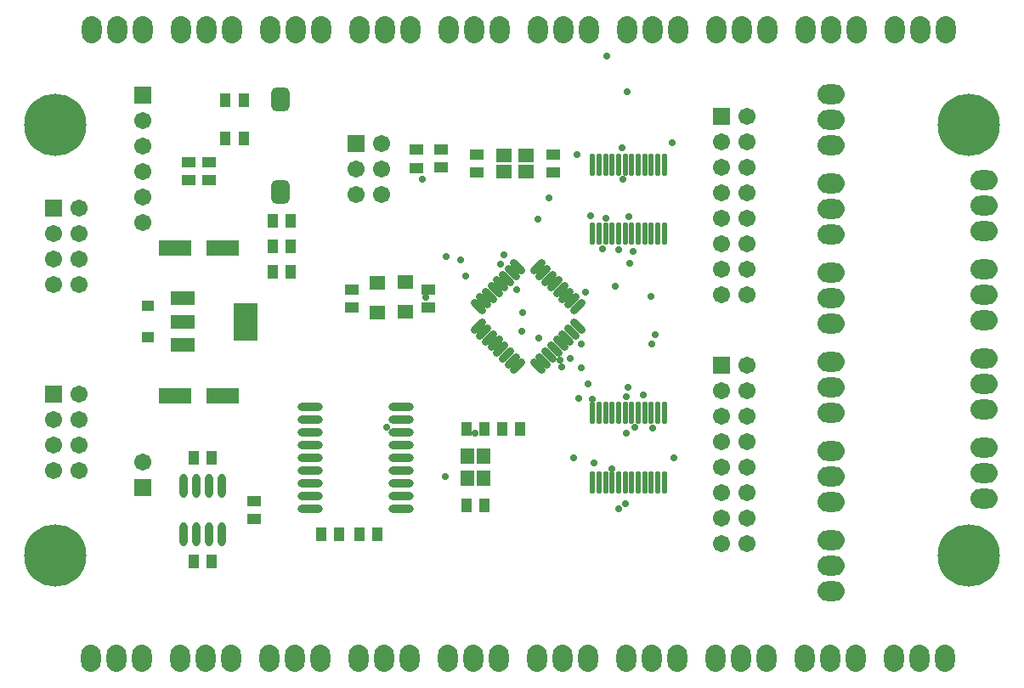
<source format=gts>
G04 Layer_Color=8388736*
%FSLAX25Y25*%
%MOIN*%
G70*
G01*
G75*
%ADD40R,0.03950X0.05524*%
%ADD41R,0.05524X0.03950*%
%ADD42R,0.04540X0.04343*%
%ADD43R,0.12611X0.06312*%
%ADD44R,0.09461X0.14973*%
%ADD45R,0.09600X0.05600*%
%ADD46O,0.09855X0.03162*%
%ADD47R,0.06312X0.05524*%
G04:AMPARAMS|DCode=48|XSize=70.99mil|YSize=94.22mil|CornerRadius=19.75mil|HoleSize=0mil|Usage=FLASHONLY|Rotation=0.000|XOffset=0mil|YOffset=0mil|HoleType=Round|Shape=RoundedRectangle|*
%AMROUNDEDRECTD48*
21,1,0.07099,0.05472,0,0,0.0*
21,1,0.03150,0.09422,0,0,0.0*
1,1,0.03950,0.01575,-0.02736*
1,1,0.03950,-0.01575,-0.02736*
1,1,0.03950,-0.01575,0.02736*
1,1,0.03950,0.01575,0.02736*
%
%ADD48ROUNDEDRECTD48*%
%ADD49O,0.03162X0.09461*%
G04:AMPARAMS|DCode=50|XSize=29.65mil|YSize=72.96mil|CornerRadius=0mil|HoleSize=0mil|Usage=FLASHONLY|Rotation=135.000|XOffset=0mil|YOffset=0mil|HoleType=Round|Shape=Round|*
%AMOVALD50*
21,1,0.04331,0.02965,0.00000,0.00000,225.0*
1,1,0.02965,0.01531,0.01531*
1,1,0.02965,-0.01531,-0.01531*
%
%ADD50OVALD50*%

G04:AMPARAMS|DCode=51|XSize=29.65mil|YSize=72.96mil|CornerRadius=0mil|HoleSize=0mil|Usage=FLASHONLY|Rotation=45.000|XOffset=0mil|YOffset=0mil|HoleType=Round|Shape=Round|*
%AMOVALD51*
21,1,0.04331,0.02965,0.00000,0.00000,135.0*
1,1,0.02965,0.01531,-0.01531*
1,1,0.02965,-0.01531,0.01531*
%
%ADD51OVALD51*%

%ADD52O,0.02178X0.09068*%
%ADD53R,0.06312X0.05524*%
%ADD54R,0.05524X0.06312*%
%ADD55O,0.07690X0.10642*%
%ADD56C,0.06706*%
%ADD57R,0.06706X0.06706*%
%ADD58O,0.10642X0.07690*%
%ADD59C,0.24422*%
%ADD60C,0.02768*%
D40*
X100957Y186500D02*
D03*
X108043D02*
D03*
X100957Y176500D02*
D03*
X108043D02*
D03*
X100957Y166500D02*
D03*
X108043D02*
D03*
X142043Y63500D02*
D03*
X134957D02*
D03*
X77043Y53000D02*
D03*
X69957D02*
D03*
X82457Y219000D02*
D03*
X89543D02*
D03*
X127043Y63500D02*
D03*
X119957D02*
D03*
X69957Y93500D02*
D03*
X77043D02*
D03*
X176957Y105000D02*
D03*
X184043D02*
D03*
Y75000D02*
D03*
X176957D02*
D03*
X198043Y105000D02*
D03*
X190957D02*
D03*
X82457Y234000D02*
D03*
X89543D02*
D03*
D41*
X162000Y152457D02*
D03*
Y159543D02*
D03*
X132000Y152457D02*
D03*
Y159543D02*
D03*
X93500Y76543D02*
D03*
Y69457D02*
D03*
X157200Y207357D02*
D03*
Y214443D02*
D03*
X167000Y207457D02*
D03*
Y214543D02*
D03*
X76000Y202457D02*
D03*
Y209543D02*
D03*
X211000Y212543D02*
D03*
Y205457D02*
D03*
X181000D02*
D03*
Y212543D02*
D03*
X68000Y209543D02*
D03*
Y202457D02*
D03*
D42*
X52000Y153201D02*
D03*
Y140799D02*
D03*
D43*
X62551Y118000D02*
D03*
X81449D02*
D03*
Y176000D02*
D03*
X62551D02*
D03*
D44*
X90201Y147000D02*
D03*
D45*
X65800Y137900D02*
D03*
Y147000D02*
D03*
Y156100D02*
D03*
D46*
X151413Y73500D02*
D03*
Y78500D02*
D03*
Y83500D02*
D03*
Y88500D02*
D03*
Y93500D02*
D03*
Y98500D02*
D03*
Y103500D02*
D03*
Y108500D02*
D03*
Y113500D02*
D03*
X115587Y73500D02*
D03*
Y78500D02*
D03*
Y83500D02*
D03*
Y88500D02*
D03*
Y93500D02*
D03*
Y98500D02*
D03*
Y103500D02*
D03*
Y108500D02*
D03*
Y113500D02*
D03*
D47*
X153000Y150794D02*
D03*
Y162606D02*
D03*
X142000Y150594D02*
D03*
Y162406D02*
D03*
D48*
X104000Y234091D02*
D03*
Y197909D02*
D03*
D49*
X66000Y63551D02*
D03*
X71000D02*
D03*
X76000D02*
D03*
X81000D02*
D03*
X66000Y82449D02*
D03*
X71000D02*
D03*
X76000D02*
D03*
X81000D02*
D03*
D50*
X181513Y145103D02*
D03*
X183740Y142876D02*
D03*
X185967Y140648D02*
D03*
X188194Y138421D02*
D03*
X190421Y136194D02*
D03*
X192648Y133967D02*
D03*
X194876Y131740D02*
D03*
X197103Y129513D02*
D03*
X220487Y152898D02*
D03*
X218260Y155125D02*
D03*
X216033Y157352D02*
D03*
X213806Y159579D02*
D03*
X211579Y161806D02*
D03*
X209352Y164033D02*
D03*
X207124Y166260D02*
D03*
X204897Y168487D02*
D03*
D51*
Y129513D02*
D03*
X207124Y131740D02*
D03*
X209352Y133967D02*
D03*
X211579Y136194D02*
D03*
X213806Y138421D02*
D03*
X216033Y140648D02*
D03*
X218260Y142876D02*
D03*
X220487Y145103D02*
D03*
X197103Y168487D02*
D03*
X194876Y166260D02*
D03*
X192648Y164033D02*
D03*
X190421Y161806D02*
D03*
X188194Y159579D02*
D03*
X185967Y157352D02*
D03*
X183740Y155125D02*
D03*
X181513Y152898D02*
D03*
D52*
X226425Y181417D02*
D03*
X228984D02*
D03*
X231543D02*
D03*
X234102D02*
D03*
X236661D02*
D03*
X239220D02*
D03*
X241779D02*
D03*
X244339D02*
D03*
X246898D02*
D03*
X249457D02*
D03*
X252016D02*
D03*
X254575D02*
D03*
X226425Y208583D02*
D03*
X228984D02*
D03*
X231543D02*
D03*
X234102D02*
D03*
X236661D02*
D03*
X239220D02*
D03*
X241779D02*
D03*
X244339D02*
D03*
X246898D02*
D03*
X249457D02*
D03*
X252016D02*
D03*
X254575D02*
D03*
X226425Y83917D02*
D03*
X228984D02*
D03*
X231543D02*
D03*
X234102D02*
D03*
X236661D02*
D03*
X239220D02*
D03*
X241779D02*
D03*
X244339D02*
D03*
X246898D02*
D03*
X249457D02*
D03*
X252016D02*
D03*
X254575D02*
D03*
X226425Y111083D02*
D03*
X228984D02*
D03*
X231543D02*
D03*
X234102D02*
D03*
X236661D02*
D03*
X239220D02*
D03*
X241779D02*
D03*
X244339D02*
D03*
X246898D02*
D03*
X249457D02*
D03*
X252016D02*
D03*
X254575D02*
D03*
D53*
X191669Y205850D02*
D03*
Y212150D02*
D03*
X200331Y205850D02*
D03*
Y212150D02*
D03*
D54*
X183650Y85669D02*
D03*
X177350D02*
D03*
X183650Y94331D02*
D03*
X177350D02*
D03*
D55*
X50000Y261500D02*
D03*
X40000D02*
D03*
X30000D02*
D03*
X85000D02*
D03*
X75000D02*
D03*
X65000D02*
D03*
X120000D02*
D03*
X110000D02*
D03*
X100000D02*
D03*
X155000D02*
D03*
X145000D02*
D03*
X135000D02*
D03*
X330000D02*
D03*
X320000D02*
D03*
X310000D02*
D03*
X190000D02*
D03*
X180000D02*
D03*
X170000D02*
D03*
X225000D02*
D03*
X215000D02*
D03*
X205000D02*
D03*
X260000D02*
D03*
X250000D02*
D03*
X240000D02*
D03*
X295000D02*
D03*
X285000D02*
D03*
X275000D02*
D03*
X365000D02*
D03*
X355000D02*
D03*
X345000D02*
D03*
X29500Y15000D02*
D03*
X39500D02*
D03*
X49500D02*
D03*
X64500D02*
D03*
X74500D02*
D03*
X84500D02*
D03*
X99500D02*
D03*
X109500D02*
D03*
X119500D02*
D03*
X134500D02*
D03*
X144500D02*
D03*
X154500D02*
D03*
X169500D02*
D03*
X179500D02*
D03*
X189500D02*
D03*
X204500D02*
D03*
X214500D02*
D03*
X224500D02*
D03*
X239500D02*
D03*
X249500D02*
D03*
X259500D02*
D03*
X274500D02*
D03*
X284500D02*
D03*
X294500D02*
D03*
X309500D02*
D03*
X319500D02*
D03*
X329500D02*
D03*
X344500D02*
D03*
X354500D02*
D03*
X364500D02*
D03*
D56*
X50000Y186000D02*
D03*
Y196000D02*
D03*
Y206000D02*
D03*
Y216000D02*
D03*
Y226000D02*
D03*
X287000Y59967D02*
D03*
Y69967D02*
D03*
Y79967D02*
D03*
Y89967D02*
D03*
Y99967D02*
D03*
Y109967D02*
D03*
Y119967D02*
D03*
Y129967D02*
D03*
X277000Y59967D02*
D03*
Y69967D02*
D03*
Y79967D02*
D03*
Y89967D02*
D03*
Y99967D02*
D03*
Y109967D02*
D03*
Y119967D02*
D03*
X287000Y157467D02*
D03*
Y167467D02*
D03*
Y177467D02*
D03*
Y187467D02*
D03*
Y197467D02*
D03*
Y207467D02*
D03*
Y217467D02*
D03*
Y227467D02*
D03*
X277000Y157467D02*
D03*
Y167467D02*
D03*
Y177467D02*
D03*
Y187467D02*
D03*
Y197467D02*
D03*
Y207467D02*
D03*
Y217467D02*
D03*
X143500Y217000D02*
D03*
X133500Y207000D02*
D03*
X143500D02*
D03*
X133500Y197000D02*
D03*
X143500D02*
D03*
X50000Y92000D02*
D03*
X25000Y191500D02*
D03*
X15000Y181500D02*
D03*
X25000D02*
D03*
X15000Y171500D02*
D03*
X25000D02*
D03*
X15000Y161500D02*
D03*
X25000D02*
D03*
Y118500D02*
D03*
X15000Y108500D02*
D03*
X25000D02*
D03*
X15000Y98500D02*
D03*
X25000D02*
D03*
X15000Y88500D02*
D03*
X25000D02*
D03*
D57*
X50000Y236000D02*
D03*
X277000Y129967D02*
D03*
Y227467D02*
D03*
X133500Y217000D02*
D03*
X50000Y82000D02*
D03*
X15000Y191500D02*
D03*
Y118500D02*
D03*
D58*
X320000Y41083D02*
D03*
Y51083D02*
D03*
Y61083D02*
D03*
Y76083D02*
D03*
Y86083D02*
D03*
Y96083D02*
D03*
Y111083D02*
D03*
Y121083D02*
D03*
Y131083D02*
D03*
Y146083D02*
D03*
Y156083D02*
D03*
Y166083D02*
D03*
Y216083D02*
D03*
Y226083D02*
D03*
Y236083D02*
D03*
Y181083D02*
D03*
Y191083D02*
D03*
Y201083D02*
D03*
X380000Y77500D02*
D03*
Y87500D02*
D03*
Y97500D02*
D03*
Y112500D02*
D03*
Y122500D02*
D03*
Y132500D02*
D03*
Y147500D02*
D03*
Y157500D02*
D03*
Y167500D02*
D03*
Y182500D02*
D03*
Y192500D02*
D03*
Y202500D02*
D03*
D59*
X15748Y55118D02*
D03*
X374016D02*
D03*
X15748Y224409D02*
D03*
X374016D02*
D03*
D60*
X224600Y122500D02*
D03*
X250827Y142000D02*
D03*
X249700Y138100D02*
D03*
X180200Y103300D02*
D03*
X168800Y86100D02*
D03*
X258400Y93700D02*
D03*
X226425Y116525D02*
D03*
X222100Y129000D02*
D03*
X221100Y117000D02*
D03*
X159800Y202900D02*
D03*
X174500Y171400D02*
D03*
X190300Y169600D02*
D03*
X205400Y140500D02*
D03*
X161000Y156600D02*
D03*
X213600Y132000D02*
D03*
X209200Y195600D02*
D03*
X240820Y169822D02*
D03*
X220400Y212700D02*
D03*
X240000Y237300D02*
D03*
X231754Y187500D02*
D03*
X231900Y251200D02*
D03*
X236661Y73700D02*
D03*
X239353Y75453D02*
D03*
X234100Y89400D02*
D03*
X227100Y91700D02*
D03*
X249900Y105400D02*
D03*
X239700Y103100D02*
D03*
X246300Y118200D02*
D03*
X196800Y159700D02*
D03*
X249457Y157000D02*
D03*
X214400Y129400D02*
D03*
X176700Y164985D02*
D03*
X169000Y172600D02*
D03*
X236800Y175100D02*
D03*
X218900Y93500D02*
D03*
X198900Y150700D02*
D03*
X242300Y174439D02*
D03*
X230201Y175499D02*
D03*
X238061Y215300D02*
D03*
X257600Y217200D02*
D03*
X238449Y202800D02*
D03*
X240400Y121183D02*
D03*
X239600Y117500D02*
D03*
X242900Y105500D02*
D03*
X221977Y138300D02*
D03*
X191600Y173400D02*
D03*
X198800Y143300D02*
D03*
X225700Y188700D02*
D03*
X204897Y187100D02*
D03*
X145700Y105700D02*
D03*
X217600Y132700D02*
D03*
X240700Y188400D02*
D03*
X223484Y158500D02*
D03*
X235300Y161029D02*
D03*
M02*

</source>
